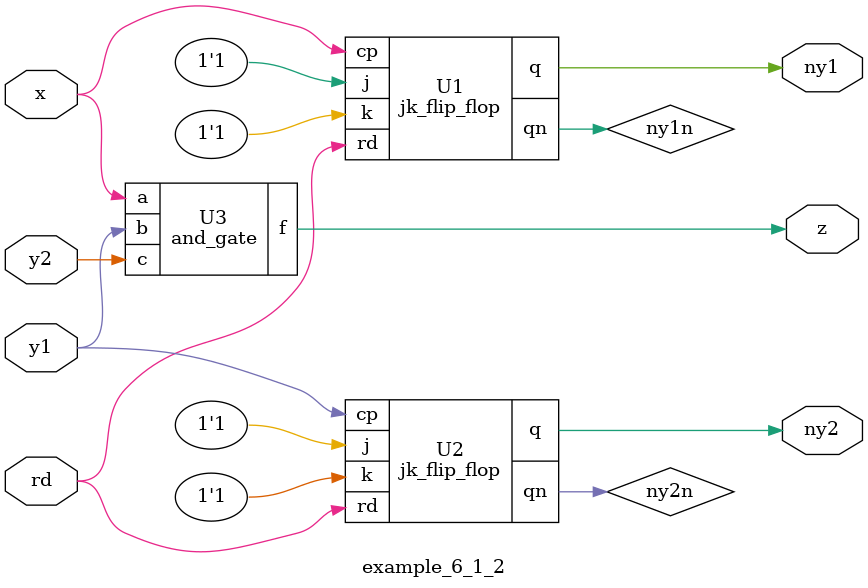
<source format=v>

`timescale 1ns / 1ps	

module and_gate(
    input a,
    input b,
    input c,
    output f                               
);
    reg y;
    always @(*)                        //ÐÐÎªÃèÊö·½Ê½
    begin
        y <= a & b & c; 
    end
    assign f = y;
endmodule

module jk_flip_flop(
    input j, k,                               	  
    input cp,    
    input rd,                                                     
    output q, qn		
);
    reg y;
    always @(negedge cp  or negedge rd)                     //ÐÐÎªÃèÊö·½Ê½
    begin
       if(rd==0)  	                                           	        //  rd=0         y=0
                y <= 0;
       else                                                                           //  rd=1            
                case({j,k})
	               1: y <= 0;			      //  JK  =  01       Y=0
	               2: y <= 1;			      //  JK  =  10       Y=1
	               3: y <= ~y;		      //  JK  =  11       Y=~Y
                endcase
    end
    assign  q= y;
    assign qn = ~y;
endmodule

module example_6_1_2(
    input x,                               		 
    input y2, y1,	
    input rd,			
    output ny2, ny1, z    		 	        
);
    wire ny2n, ny1n;
    jk_flip_flop U1(.j(1),.k(1),.cp(x),.rd(rd),.q(ny1),.qn(ny1n));		//½á¹¹»¯ÃèÊö·½Ê½
    jk_flip_flop U2(.j(1),.k(1),.cp(y1),.rd(rd),.q(ny2),.qn(ny2n));		//½á¹¹»¯ÃèÊö·½Ê½
    and_gate U3(.a(x),.b(y1),.c(y2),.f(z));				//½á¹¹»¯ÃèÊö·½Ê½
endmodule
</source>
